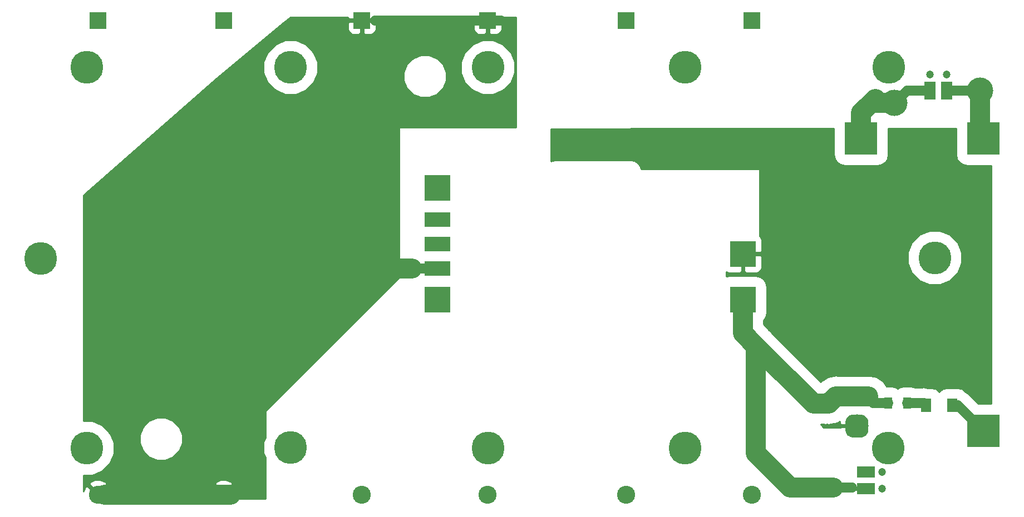
<source format=gbl>
G04 #@! TF.GenerationSoftware,KiCad,Pcbnew,(5.0.2)-1*
G04 #@! TF.CreationDate,2019-04-29T22:25:13-04:00*
G04 #@! TF.ProjectId,2p3s-pwr-pack,32703373-2d70-4777-922d-7061636b2e6b,V1*
G04 #@! TF.SameCoordinates,Original*
G04 #@! TF.FileFunction,Copper,L2,Bot*
G04 #@! TF.FilePolarity,Positive*
%FSLAX46Y46*%
G04 Gerber Fmt 4.6, Leading zero omitted, Abs format (unit mm)*
G04 Created by KiCad (PCBNEW (5.0.2)-1) date 4/29/2019 10:25:13 PM*
%MOMM*%
%LPD*%
G01*
G04 APERTURE LIST*
G04 #@! TA.AperFunction,Conductor*
%ADD10C,0.150000*%
G04 #@! TD*
G04 #@! TA.AperFunction,ComponentPad*
%ADD11C,3.500000*%
G04 #@! TD*
G04 #@! TA.AperFunction,ComponentPad*
%ADD12R,5.000000X5.000000*%
G04 #@! TD*
G04 #@! TA.AperFunction,ComponentPad*
%ADD13R,2.500000X2.500000*%
G04 #@! TD*
G04 #@! TA.AperFunction,ComponentPad*
%ADD14C,2.750000*%
G04 #@! TD*
G04 #@! TA.AperFunction,ComponentPad*
%ADD15C,1.200000*%
G04 #@! TD*
G04 #@! TA.AperFunction,ComponentPad*
%ADD16R,2.700000X1.700000*%
G04 #@! TD*
G04 #@! TA.AperFunction,ComponentPad*
%ADD17C,4.000000*%
G04 #@! TD*
G04 #@! TA.AperFunction,ComponentPad*
%ADD18R,4.000000X4.000000*%
G04 #@! TD*
G04 #@! TA.AperFunction,ComponentPad*
%ADD19R,4.000000X2.300000*%
G04 #@! TD*
G04 #@! TA.AperFunction,ComponentPad*
%ADD20C,5.000000*%
G04 #@! TD*
G04 #@! TA.AperFunction,SMDPad,CuDef*
%ADD21R,1.524000X2.000000*%
G04 #@! TD*
G04 #@! TA.AperFunction,ComponentPad*
%ADD22R,1.700000X2.700000*%
G04 #@! TD*
G04 #@! TA.AperFunction,SMDPad,CuDef*
%ADD23R,1.150000X1.700000*%
G04 #@! TD*
G04 #@! TA.AperFunction,Conductor*
%ADD24C,0.635000*%
G04 #@! TD*
G04 #@! TA.AperFunction,Conductor*
%ADD25C,1.524000*%
G04 #@! TD*
G04 #@! TA.AperFunction,Conductor*
%ADD26C,3.048000*%
G04 #@! TD*
G04 #@! TA.AperFunction,Conductor*
%ADD27C,0.254000*%
G04 #@! TD*
G04 APERTURE END LIST*
D10*
G04 #@! TO.N,GND1*
G04 #@! TO.C,MOD1*
G36*
X184493871Y-127475299D02*
X184612786Y-127492938D01*
X184729399Y-127522148D01*
X184842587Y-127562648D01*
X184951261Y-127614046D01*
X185054374Y-127675850D01*
X185150932Y-127747462D01*
X185240006Y-127828194D01*
X185320738Y-127917268D01*
X185392350Y-128013826D01*
X185454154Y-128116939D01*
X185505552Y-128225613D01*
X185546052Y-128338801D01*
X185575262Y-128455414D01*
X185592901Y-128574329D01*
X185598800Y-128694400D01*
X185598800Y-129744400D01*
X185592901Y-129864471D01*
X185575262Y-129983386D01*
X185546052Y-130099999D01*
X185505552Y-130213187D01*
X185454154Y-130321861D01*
X185392350Y-130424974D01*
X185320738Y-130521532D01*
X185240006Y-130610606D01*
X185150932Y-130691338D01*
X185054374Y-130762950D01*
X184951261Y-130824754D01*
X184842587Y-130876152D01*
X184729399Y-130916652D01*
X184612786Y-130945862D01*
X184493871Y-130963501D01*
X184373800Y-130969400D01*
X183323800Y-130969400D01*
X183203729Y-130963501D01*
X183084814Y-130945862D01*
X182968201Y-130916652D01*
X182855013Y-130876152D01*
X182746339Y-130824754D01*
X182643226Y-130762950D01*
X182546668Y-130691338D01*
X182457594Y-130610606D01*
X182376862Y-130521532D01*
X182305250Y-130424974D01*
X182243446Y-130321861D01*
X182192048Y-130213187D01*
X182151548Y-130099999D01*
X182122338Y-129983386D01*
X182104699Y-129864471D01*
X182098800Y-129744400D01*
X182098800Y-128694400D01*
X182104699Y-128574329D01*
X182122338Y-128455414D01*
X182151548Y-128338801D01*
X182192048Y-128225613D01*
X182243446Y-128116939D01*
X182305250Y-128013826D01*
X182376862Y-127917268D01*
X182457594Y-127828194D01*
X182546668Y-127747462D01*
X182643226Y-127675850D01*
X182746339Y-127614046D01*
X182855013Y-127562648D01*
X182968201Y-127522148D01*
X183084814Y-127492938D01*
X183203729Y-127475299D01*
X183323800Y-127469400D01*
X184373800Y-127469400D01*
X184493871Y-127475299D01*
X184493871Y-127475299D01*
G37*
D11*
G04 #@! TD*
G04 #@! TO.P,MOD1,3*
G04 #@! TO.N,GND1*
X183848800Y-129219400D03*
D12*
G04 #@! TO.P,MOD1,2*
G04 #@! TO.N,V_IN-*
X184500000Y-85400000D03*
G04 #@! TO.P,MOD1,1*
G04 #@! TO.N,V_IN+*
X203100000Y-85400000D03*
G04 #@! TO.P,MOD1,4*
G04 #@! TO.N,Net-(D1-Pad2)*
X203100000Y-130000000D03*
G04 #@! TD*
D13*
G04 #@! TO.P,BATT1,1*
G04 #@! TO.N,Net-(BATT1-Pad1)*
X167840001Y-67465001D03*
D14*
G04 #@! TO.P,BATT1,2*
G04 #@! TO.N,Net-(BATT1-Pad2)*
X167840001Y-139685001D03*
X148710001Y-139685001D03*
D13*
G04 #@! TO.P,BATT1,1*
G04 #@! TO.N,Net-(BATT1-Pad1)*
X148710001Y-67465001D03*
G04 #@! TD*
G04 #@! TO.P,BATT3,1*
G04 #@! TO.N,B+*
X68410001Y-67465001D03*
D14*
G04 #@! TO.P,BATT3,2*
G04 #@! TO.N,Net-(BATT2-Pad1)*
X68410001Y-139685001D03*
X87540001Y-139685001D03*
D13*
G04 #@! TO.P,BATT3,1*
G04 #@! TO.N,B+*
X87540001Y-67465001D03*
G04 #@! TD*
G04 #@! TO.P,BATT2,1*
G04 #@! TO.N,Net-(BATT2-Pad1)*
X127681600Y-67445800D03*
D14*
G04 #@! TO.P,BATT2,2*
G04 #@! TO.N,Net-(BATT1-Pad1)*
X127681600Y-139665800D03*
X108551600Y-139665800D03*
D13*
G04 #@! TO.P,BATT2,1*
G04 #@! TO.N,Net-(BATT2-Pad1)*
X108551600Y-67445800D03*
G04 #@! TD*
D15*
G04 #@! TO.P,P13,*
G04 #@! TO.N,*
X187700000Y-136230000D03*
X187700000Y-138770000D03*
D16*
G04 #@! TO.P,P13,2*
G04 #@! TO.N,GND1*
X185250000Y-136230000D03*
G04 #@! TO.P,P13,1*
G04 #@! TO.N,P+*
X185250000Y-138770000D03*
G04 #@! TD*
D17*
G04 #@! TO.P,P14,1*
G04 #@! TO.N,V_IN+*
X202565000Y-78105000D03*
G04 #@! TD*
G04 #@! TO.P,P15,1*
G04 #@! TO.N,V_IN-*
X189560200Y-80010000D03*
G04 #@! TD*
D18*
G04 #@! TO.P,MOD2,6*
G04 #@! TO.N,GND1*
X166500000Y-103000000D03*
G04 #@! TO.P,MOD2,7*
G04 #@! TO.N,P+*
X166500000Y-110000000D03*
D19*
G04 #@! TO.P,MOD2,4*
G04 #@! TO.N,Net-(MOD2-Pad4)*
X120000000Y-97750000D03*
G04 #@! TO.P,MOD2,3*
G04 #@! TO.N,Net-(BATT1-Pad1)*
X120000000Y-101500000D03*
G04 #@! TO.P,MOD2,2*
G04 #@! TO.N,Net-(BATT2-Pad1)*
X120000000Y-105250000D03*
D18*
G04 #@! TO.P,MOD2,5*
G04 #@! TO.N,Net-(BATT1-Pad2)*
X120000000Y-93000000D03*
G04 #@! TO.P,MOD2,1*
G04 #@! TO.N,B+*
X120000000Y-110000000D03*
G04 #@! TD*
D20*
G04 #@! TO.P,P1,*
G04 #@! TO.N,*
X59700000Y-103700000D03*
G04 #@! TD*
G04 #@! TO.P,P2,*
G04 #@! TO.N,*
X66700000Y-74600000D03*
G04 #@! TD*
G04 #@! TO.P,P3,*
G04 #@! TO.N,*
X66700000Y-132600000D03*
G04 #@! TD*
G04 #@! TO.P,P4,*
G04 #@! TO.N,*
X97700000Y-74600000D03*
G04 #@! TD*
G04 #@! TO.P,P5,*
G04 #@! TO.N,*
X97700000Y-132500000D03*
G04 #@! TD*
G04 #@! TO.P,P6,*
G04 #@! TO.N,*
X127700000Y-74600000D03*
G04 #@! TD*
G04 #@! TO.P,P7,*
G04 #@! TO.N,*
X127700000Y-132600000D03*
G04 #@! TD*
G04 #@! TO.P,P8,*
G04 #@! TO.N,*
X157700000Y-74600000D03*
G04 #@! TD*
G04 #@! TO.P,P9,*
G04 #@! TO.N,*
X157700000Y-132600000D03*
G04 #@! TD*
G04 #@! TO.P,P10,*
G04 #@! TO.N,*
X188700000Y-74600000D03*
G04 #@! TD*
G04 #@! TO.P,P11,*
G04 #@! TO.N,*
X188600000Y-132600000D03*
G04 #@! TD*
G04 #@! TO.P,P12,*
G04 #@! TO.N,*
X195700000Y-103600000D03*
G04 #@! TD*
D21*
G04 #@! TO.P,D1,2*
G04 #@! TO.N,Net-(D1-Pad2)*
X198380100Y-126098300D03*
G04 #@! TO.P,D1,1*
G04 #@! TO.N,Net-(D1-Pad1)*
X194380100Y-126098300D03*
G04 #@! TD*
D22*
G04 #@! TO.P,P16,1*
G04 #@! TO.N,V_IN+*
X197485000Y-78105000D03*
G04 #@! TO.P,P16,2*
G04 #@! TO.N,V_IN-*
X194945000Y-78105000D03*
D15*
G04 #@! TO.P,P16,*
G04 #@! TO.N,*
X197485000Y-75655000D03*
X194945000Y-75655000D03*
G04 #@! TD*
D23*
G04 #@! TO.P,R1,2*
G04 #@! TO.N,Net-(D1-Pad1)*
X191495000Y-125730000D03*
G04 #@! TO.P,R1,1*
G04 #@! TO.N,P+*
X188595000Y-125730000D03*
G04 #@! TD*
D24*
G04 #@! TO.N,P+*
X183265000Y-138770000D02*
X183102800Y-138607800D01*
X185250000Y-138770000D02*
X183265000Y-138770000D01*
D25*
X183102800Y-138607800D02*
X180238400Y-138607800D01*
D26*
X177275599Y-125823599D02*
X179018329Y-125823599D01*
X166500000Y-110000000D02*
X166500000Y-115048000D01*
D25*
X186334400Y-125730000D02*
X188595000Y-125730000D01*
D26*
X179018329Y-125823599D02*
X179111928Y-125730000D01*
X179018329Y-125823599D02*
X179560601Y-125823599D01*
X179560601Y-125823599D02*
X180670200Y-124714000D01*
X180670200Y-124714000D02*
X185597800Y-124714000D01*
X177787300Y-138607800D02*
X173736000Y-138607800D01*
X177787300Y-138607800D02*
X180238400Y-138607800D01*
X168503600Y-133375400D02*
X168503600Y-117051600D01*
X173736000Y-138607800D02*
X168503600Y-133375400D01*
X166500000Y-115048000D02*
X168503600Y-117051600D01*
X168503600Y-117051600D02*
X177275599Y-125823599D01*
D25*
G04 #@! TO.N,Net-(BATT2-Pad1)*
X129690001Y-67465001D02*
X110560001Y-67465001D01*
D26*
X69410001Y-139685001D02*
X88540001Y-139685001D01*
D25*
X120000000Y-105250000D02*
X117038100Y-105250000D01*
X117038100Y-105250000D02*
X117030500Y-105257600D01*
X117030500Y-105257600D02*
X116179600Y-105257600D01*
D26*
X116179600Y-105257600D02*
X116141500Y-105219500D01*
X116141500Y-105219500D02*
X111899700Y-105219500D01*
D25*
G04 #@! TO.N,Net-(D1-Pad2)*
X199198300Y-126098300D02*
X203100000Y-130000000D01*
X198380100Y-126098300D02*
X199198300Y-126098300D01*
D26*
G04 #@! TO.N,V_IN+*
X202565000Y-84865000D02*
X203100000Y-85400000D01*
X202565000Y-78105000D02*
X202565000Y-84865000D01*
D25*
X202565000Y-78105000D02*
X197485000Y-78105000D01*
D26*
G04 #@! TO.N,V_IN-*
X184500000Y-85400000D02*
X184500000Y-81565000D01*
X184500000Y-81565000D02*
X186690000Y-79375000D01*
X186731773Y-80010000D02*
X189560200Y-80010000D01*
X186690000Y-79375000D02*
X186690000Y-79968227D01*
X186690000Y-79968227D02*
X186731773Y-80010000D01*
D25*
X191465200Y-78105000D02*
X189560200Y-80010000D01*
X194945000Y-78105000D02*
X191465200Y-78105000D01*
G04 #@! TO.N,Net-(D1-Pad1)*
X194011800Y-125730000D02*
X194380100Y-126098300D01*
X191495000Y-125730000D02*
X194011800Y-125730000D01*
G04 #@! TD*
D27*
G04 #@! TO.N,Net-(BATT2-Pad1)*
G36*
X106412600Y-67033050D02*
X106634850Y-67255300D01*
X108361100Y-67255300D01*
X108361100Y-67235300D01*
X108742100Y-67235300D01*
X108742100Y-67255300D01*
X110468350Y-67255300D01*
X110690600Y-67033050D01*
X110690600Y-66952000D01*
X125542600Y-66952000D01*
X125542600Y-67033050D01*
X125764850Y-67255300D01*
X127491100Y-67255300D01*
X127491100Y-67235300D01*
X127872100Y-67235300D01*
X127872100Y-67255300D01*
X129598350Y-67255300D01*
X129820600Y-67033050D01*
X129820600Y-66952000D01*
X131953000Y-66952000D01*
X131953000Y-83693000D01*
X114300000Y-83693000D01*
X114251399Y-83702667D01*
X114210197Y-83730197D01*
X114182667Y-83771399D01*
X114173000Y-83820000D01*
X114173000Y-106627394D01*
X93890197Y-126910197D01*
X93862667Y-126951399D01*
X93853000Y-127000000D01*
X93853000Y-131003109D01*
X93573000Y-131679089D01*
X93573000Y-133320911D01*
X93853000Y-133996891D01*
X93853000Y-140298000D01*
X89726239Y-140298000D01*
X89821391Y-140036801D01*
X89782358Y-139136972D01*
X89513102Y-138486930D01*
X89143640Y-138350770D01*
X87809409Y-139685001D01*
X87823551Y-139699143D01*
X87554143Y-139968551D01*
X87540001Y-139954409D01*
X87525859Y-139968551D01*
X87256451Y-139699143D01*
X87270593Y-139685001D01*
X85936362Y-138350770D01*
X85566900Y-138486930D01*
X85258611Y-139333201D01*
X85297644Y-140233030D01*
X85324555Y-140298000D01*
X70596239Y-140298000D01*
X70691391Y-140036801D01*
X70652358Y-139136972D01*
X70383102Y-138486930D01*
X70013640Y-138350770D01*
X68679409Y-139685001D01*
X68693551Y-139699143D01*
X68424143Y-139968551D01*
X68410001Y-139954409D01*
X68395859Y-139968551D01*
X68126451Y-139699143D01*
X68140593Y-139685001D01*
X66806362Y-138350770D01*
X66436900Y-138486930D01*
X66167000Y-139227821D01*
X66167000Y-138081362D01*
X67075770Y-138081362D01*
X68410001Y-139415593D01*
X69744232Y-138081362D01*
X86205770Y-138081362D01*
X87540001Y-139415593D01*
X88874232Y-138081362D01*
X88738072Y-137711900D01*
X87891801Y-137403611D01*
X86991972Y-137442644D01*
X86341930Y-137711900D01*
X86205770Y-138081362D01*
X69744232Y-138081362D01*
X69608072Y-137711900D01*
X68761801Y-137403611D01*
X67861972Y-137442644D01*
X67211930Y-137711900D01*
X67075770Y-138081362D01*
X66167000Y-138081362D01*
X66167000Y-136727000D01*
X67520911Y-136727000D01*
X69037758Y-136098702D01*
X70198702Y-134937758D01*
X70827000Y-133420911D01*
X70827000Y-131779089D01*
X70309252Y-130529133D01*
X74728001Y-130529133D01*
X74728001Y-131820869D01*
X75222328Y-133014278D01*
X76135724Y-133927674D01*
X77329133Y-134422001D01*
X78620869Y-134422001D01*
X79814278Y-133927674D01*
X80727674Y-133014278D01*
X81222001Y-131820869D01*
X81222001Y-130529133D01*
X80727674Y-129335724D01*
X79814278Y-128422328D01*
X78620869Y-127928001D01*
X77329133Y-127928001D01*
X76135724Y-128422328D01*
X75222328Y-129335724D01*
X74728001Y-130529133D01*
X70309252Y-130529133D01*
X70198702Y-130262242D01*
X69037758Y-129101298D01*
X67520911Y-128473000D01*
X66167000Y-128473000D01*
X66167000Y-94037628D01*
X86442482Y-76296582D01*
X89463473Y-73779089D01*
X93573000Y-73779089D01*
X93573000Y-75420911D01*
X94201298Y-76937758D01*
X95362242Y-78098702D01*
X96879089Y-78727000D01*
X98520911Y-78727000D01*
X100037758Y-78098702D01*
X101198702Y-76937758D01*
X101827000Y-75420911D01*
X101827000Y-75309932D01*
X114869600Y-75309932D01*
X114869600Y-76601668D01*
X115363927Y-77795077D01*
X116277323Y-78708473D01*
X117470732Y-79202800D01*
X118762468Y-79202800D01*
X119955877Y-78708473D01*
X120869273Y-77795077D01*
X121363600Y-76601668D01*
X121363600Y-75309932D01*
X120869273Y-74116523D01*
X120531839Y-73779089D01*
X123573000Y-73779089D01*
X123573000Y-75420911D01*
X124201298Y-76937758D01*
X125362242Y-78098702D01*
X126879089Y-78727000D01*
X128520911Y-78727000D01*
X130037758Y-78098702D01*
X131198702Y-76937758D01*
X131827000Y-75420911D01*
X131827000Y-73779089D01*
X131198702Y-72262242D01*
X130037758Y-71101298D01*
X128520911Y-70473000D01*
X126879089Y-70473000D01*
X125362242Y-71101298D01*
X124201298Y-72262242D01*
X123573000Y-73779089D01*
X120531839Y-73779089D01*
X119955877Y-73203127D01*
X118762468Y-72708800D01*
X117470732Y-72708800D01*
X116277323Y-73203127D01*
X115363927Y-74116523D01*
X114869600Y-75309932D01*
X101827000Y-75309932D01*
X101827000Y-73779089D01*
X101198702Y-72262242D01*
X100037758Y-71101298D01*
X98520911Y-70473000D01*
X96879089Y-70473000D01*
X95362242Y-71101298D01*
X94201298Y-72262242D01*
X93573000Y-73779089D01*
X89463473Y-73779089D01*
X96568119Y-67858550D01*
X106412600Y-67858550D01*
X106412600Y-68872633D01*
X106547942Y-69199378D01*
X106798022Y-69449458D01*
X107124767Y-69584800D01*
X108138850Y-69584800D01*
X108361100Y-69362550D01*
X108361100Y-67636300D01*
X108742100Y-67636300D01*
X108742100Y-69362550D01*
X108964350Y-69584800D01*
X109978433Y-69584800D01*
X110305178Y-69449458D01*
X110555258Y-69199378D01*
X110690600Y-68872633D01*
X110690600Y-67858550D01*
X125542600Y-67858550D01*
X125542600Y-68872633D01*
X125677942Y-69199378D01*
X125928022Y-69449458D01*
X126254767Y-69584800D01*
X127268850Y-69584800D01*
X127491100Y-69362550D01*
X127491100Y-67636300D01*
X127872100Y-67636300D01*
X127872100Y-69362550D01*
X128094350Y-69584800D01*
X129108433Y-69584800D01*
X129435178Y-69449458D01*
X129685258Y-69199378D01*
X129820600Y-68872633D01*
X129820600Y-67858550D01*
X129598350Y-67636300D01*
X127872100Y-67636300D01*
X127491100Y-67636300D01*
X125764850Y-67636300D01*
X125542600Y-67858550D01*
X110690600Y-67858550D01*
X110468350Y-67636300D01*
X108742100Y-67636300D01*
X108361100Y-67636300D01*
X106634850Y-67636300D01*
X106412600Y-67858550D01*
X96568119Y-67858550D01*
X97655980Y-66952000D01*
X106412600Y-66952000D01*
X106412600Y-67033050D01*
X106412600Y-67033050D01*
G37*
X106412600Y-67033050D02*
X106634850Y-67255300D01*
X108361100Y-67255300D01*
X108361100Y-67235300D01*
X108742100Y-67235300D01*
X108742100Y-67255300D01*
X110468350Y-67255300D01*
X110690600Y-67033050D01*
X110690600Y-66952000D01*
X125542600Y-66952000D01*
X125542600Y-67033050D01*
X125764850Y-67255300D01*
X127491100Y-67255300D01*
X127491100Y-67235300D01*
X127872100Y-67235300D01*
X127872100Y-67255300D01*
X129598350Y-67255300D01*
X129820600Y-67033050D01*
X129820600Y-66952000D01*
X131953000Y-66952000D01*
X131953000Y-83693000D01*
X114300000Y-83693000D01*
X114251399Y-83702667D01*
X114210197Y-83730197D01*
X114182667Y-83771399D01*
X114173000Y-83820000D01*
X114173000Y-106627394D01*
X93890197Y-126910197D01*
X93862667Y-126951399D01*
X93853000Y-127000000D01*
X93853000Y-131003109D01*
X93573000Y-131679089D01*
X93573000Y-133320911D01*
X93853000Y-133996891D01*
X93853000Y-140298000D01*
X89726239Y-140298000D01*
X89821391Y-140036801D01*
X89782358Y-139136972D01*
X89513102Y-138486930D01*
X89143640Y-138350770D01*
X87809409Y-139685001D01*
X87823551Y-139699143D01*
X87554143Y-139968551D01*
X87540001Y-139954409D01*
X87525859Y-139968551D01*
X87256451Y-139699143D01*
X87270593Y-139685001D01*
X85936362Y-138350770D01*
X85566900Y-138486930D01*
X85258611Y-139333201D01*
X85297644Y-140233030D01*
X85324555Y-140298000D01*
X70596239Y-140298000D01*
X70691391Y-140036801D01*
X70652358Y-139136972D01*
X70383102Y-138486930D01*
X70013640Y-138350770D01*
X68679409Y-139685001D01*
X68693551Y-139699143D01*
X68424143Y-139968551D01*
X68410001Y-139954409D01*
X68395859Y-139968551D01*
X68126451Y-139699143D01*
X68140593Y-139685001D01*
X66806362Y-138350770D01*
X66436900Y-138486930D01*
X66167000Y-139227821D01*
X66167000Y-138081362D01*
X67075770Y-138081362D01*
X68410001Y-139415593D01*
X69744232Y-138081362D01*
X86205770Y-138081362D01*
X87540001Y-139415593D01*
X88874232Y-138081362D01*
X88738072Y-137711900D01*
X87891801Y-137403611D01*
X86991972Y-137442644D01*
X86341930Y-137711900D01*
X86205770Y-138081362D01*
X69744232Y-138081362D01*
X69608072Y-137711900D01*
X68761801Y-137403611D01*
X67861972Y-137442644D01*
X67211930Y-137711900D01*
X67075770Y-138081362D01*
X66167000Y-138081362D01*
X66167000Y-136727000D01*
X67520911Y-136727000D01*
X69037758Y-136098702D01*
X70198702Y-134937758D01*
X70827000Y-133420911D01*
X70827000Y-131779089D01*
X70309252Y-130529133D01*
X74728001Y-130529133D01*
X74728001Y-131820869D01*
X75222328Y-133014278D01*
X76135724Y-133927674D01*
X77329133Y-134422001D01*
X78620869Y-134422001D01*
X79814278Y-133927674D01*
X80727674Y-133014278D01*
X81222001Y-131820869D01*
X81222001Y-130529133D01*
X80727674Y-129335724D01*
X79814278Y-128422328D01*
X78620869Y-127928001D01*
X77329133Y-127928001D01*
X76135724Y-128422328D01*
X75222328Y-129335724D01*
X74728001Y-130529133D01*
X70309252Y-130529133D01*
X70198702Y-130262242D01*
X69037758Y-129101298D01*
X67520911Y-128473000D01*
X66167000Y-128473000D01*
X66167000Y-94037628D01*
X86442482Y-76296582D01*
X89463473Y-73779089D01*
X93573000Y-73779089D01*
X93573000Y-75420911D01*
X94201298Y-76937758D01*
X95362242Y-78098702D01*
X96879089Y-78727000D01*
X98520911Y-78727000D01*
X100037758Y-78098702D01*
X101198702Y-76937758D01*
X101827000Y-75420911D01*
X101827000Y-75309932D01*
X114869600Y-75309932D01*
X114869600Y-76601668D01*
X115363927Y-77795077D01*
X116277323Y-78708473D01*
X117470732Y-79202800D01*
X118762468Y-79202800D01*
X119955877Y-78708473D01*
X120869273Y-77795077D01*
X121363600Y-76601668D01*
X121363600Y-75309932D01*
X120869273Y-74116523D01*
X120531839Y-73779089D01*
X123573000Y-73779089D01*
X123573000Y-75420911D01*
X124201298Y-76937758D01*
X125362242Y-78098702D01*
X126879089Y-78727000D01*
X128520911Y-78727000D01*
X130037758Y-78098702D01*
X131198702Y-76937758D01*
X131827000Y-75420911D01*
X131827000Y-73779089D01*
X131198702Y-72262242D01*
X130037758Y-71101298D01*
X128520911Y-70473000D01*
X126879089Y-70473000D01*
X125362242Y-71101298D01*
X124201298Y-72262242D01*
X123573000Y-73779089D01*
X120531839Y-73779089D01*
X119955877Y-73203127D01*
X118762468Y-72708800D01*
X117470732Y-72708800D01*
X116277323Y-73203127D01*
X115363927Y-74116523D01*
X114869600Y-75309932D01*
X101827000Y-75309932D01*
X101827000Y-73779089D01*
X101198702Y-72262242D01*
X100037758Y-71101298D01*
X98520911Y-70473000D01*
X96879089Y-70473000D01*
X95362242Y-71101298D01*
X94201298Y-72262242D01*
X93573000Y-73779089D01*
X89463473Y-73779089D01*
X96568119Y-67858550D01*
X106412600Y-67858550D01*
X106412600Y-68872633D01*
X106547942Y-69199378D01*
X106798022Y-69449458D01*
X107124767Y-69584800D01*
X108138850Y-69584800D01*
X108361100Y-69362550D01*
X108361100Y-67636300D01*
X108742100Y-67636300D01*
X108742100Y-69362550D01*
X108964350Y-69584800D01*
X109978433Y-69584800D01*
X110305178Y-69449458D01*
X110555258Y-69199378D01*
X110690600Y-68872633D01*
X110690600Y-67858550D01*
X125542600Y-67858550D01*
X125542600Y-68872633D01*
X125677942Y-69199378D01*
X125928022Y-69449458D01*
X126254767Y-69584800D01*
X127268850Y-69584800D01*
X127491100Y-69362550D01*
X127491100Y-67636300D01*
X127872100Y-67636300D01*
X127872100Y-69362550D01*
X128094350Y-69584800D01*
X129108433Y-69584800D01*
X129435178Y-69449458D01*
X129685258Y-69199378D01*
X129820600Y-68872633D01*
X129820600Y-67858550D01*
X129598350Y-67636300D01*
X127872100Y-67636300D01*
X127491100Y-67636300D01*
X125764850Y-67636300D01*
X125542600Y-67858550D01*
X110690600Y-67858550D01*
X110468350Y-67636300D01*
X108742100Y-67636300D01*
X108361100Y-67636300D01*
X106634850Y-67636300D01*
X106412600Y-67858550D01*
X96568119Y-67858550D01*
X97655980Y-66952000D01*
X106412600Y-66952000D01*
X106412600Y-67033050D01*
G04 #@! TO.N,GND1*
G36*
X181209800Y-128806650D02*
X181432050Y-129028900D01*
X183658300Y-129028900D01*
X183658300Y-129008900D01*
X184039300Y-129008900D01*
X184039300Y-129028900D01*
X184059300Y-129028900D01*
X184059300Y-129409900D01*
X184039300Y-129409900D01*
X184039300Y-129413000D01*
X183658300Y-129413000D01*
X183658300Y-129409900D01*
X181432050Y-129409900D01*
X181428950Y-129413000D01*
X178727454Y-129413000D01*
X178659077Y-129247923D01*
X178385753Y-128974599D01*
X178707987Y-128974599D01*
X179018329Y-129036330D01*
X179289465Y-128982398D01*
X179560601Y-129036330D01*
X179870943Y-128974599D01*
X180790060Y-128791775D01*
X181209800Y-128511314D01*
X181209800Y-128806650D01*
X181209800Y-128806650D01*
G37*
X181209800Y-128806650D02*
X181432050Y-129028900D01*
X183658300Y-129028900D01*
X183658300Y-129008900D01*
X184039300Y-129008900D01*
X184039300Y-129028900D01*
X184059300Y-129028900D01*
X184059300Y-129409900D01*
X184039300Y-129409900D01*
X184039300Y-129413000D01*
X183658300Y-129413000D01*
X183658300Y-129409900D01*
X181432050Y-129409900D01*
X181428950Y-129413000D01*
X178727454Y-129413000D01*
X178659077Y-129247923D01*
X178385753Y-128974599D01*
X178707987Y-128974599D01*
X179018329Y-129036330D01*
X179289465Y-128982398D01*
X179560601Y-129036330D01*
X179870943Y-128974599D01*
X180790060Y-128791775D01*
X181209800Y-128511314D01*
X181209800Y-128806650D01*
G36*
X180341126Y-83934858D02*
X180341126Y-87900000D01*
X180467400Y-88534824D01*
X180826999Y-89073001D01*
X181365176Y-89432600D01*
X182000000Y-89558874D01*
X187000000Y-89558874D01*
X187634824Y-89432600D01*
X188173001Y-89073001D01*
X188532600Y-88534824D01*
X188658874Y-87900000D01*
X188658874Y-83938473D01*
X198941126Y-83942942D01*
X198941126Y-87900000D01*
X199067400Y-88534824D01*
X199426999Y-89073001D01*
X199965176Y-89432600D01*
X200600000Y-89558874D01*
X204298001Y-89558874D01*
X204298000Y-125841126D01*
X202319681Y-125841126D01*
X201053960Y-124575404D01*
X200920673Y-124375927D01*
X200370625Y-124008397D01*
X200315101Y-123925299D01*
X199776924Y-123565700D01*
X199142100Y-123439426D01*
X197618100Y-123439426D01*
X196983276Y-123565700D01*
X196445099Y-123925299D01*
X196380100Y-124022577D01*
X196315101Y-123925299D01*
X195776924Y-123565700D01*
X195142100Y-123439426D01*
X194741917Y-123439426D01*
X194247095Y-123341000D01*
X194247094Y-123341000D01*
X194011800Y-123294197D01*
X193776506Y-123341000D01*
X192672649Y-123341000D01*
X192070000Y-123221126D01*
X190920000Y-123221126D01*
X190285176Y-123347400D01*
X190045000Y-123507881D01*
X189804824Y-123347400D01*
X189170000Y-123221126D01*
X188389968Y-123221126D01*
X187869544Y-122442256D01*
X186827259Y-121745824D01*
X185908142Y-121563000D01*
X180980542Y-121563000D01*
X180670200Y-121501269D01*
X180359858Y-121563000D01*
X179440741Y-121745824D01*
X178398456Y-122442256D01*
X178379225Y-122471038D01*
X170951141Y-115042955D01*
X170775344Y-114779856D01*
X170512245Y-114604059D01*
X169651000Y-113742814D01*
X169651000Y-113187702D01*
X169673001Y-113173001D01*
X170032600Y-112634824D01*
X170158874Y-112000000D01*
X170158874Y-108000000D01*
X170032600Y-107365176D01*
X169673001Y-106826999D01*
X169134824Y-106467400D01*
X168500000Y-106341126D01*
X164500000Y-106341126D01*
X163957000Y-106449135D01*
X163957000Y-105714236D01*
X163996422Y-105753658D01*
X164323167Y-105889000D01*
X166087250Y-105889000D01*
X166309500Y-105666750D01*
X166309500Y-103190500D01*
X166690500Y-103190500D01*
X166690500Y-105666750D01*
X166912750Y-105889000D01*
X168676833Y-105889000D01*
X169003578Y-105753658D01*
X169253658Y-105503578D01*
X169389000Y-105176833D01*
X169389000Y-103412750D01*
X169166750Y-103190500D01*
X166690500Y-103190500D01*
X166309500Y-103190500D01*
X166289500Y-103190500D01*
X166289500Y-102809500D01*
X166309500Y-102809500D01*
X166309500Y-102789500D01*
X166690500Y-102789500D01*
X166690500Y-102809500D01*
X169166750Y-102809500D01*
X169197161Y-102779089D01*
X191573000Y-102779089D01*
X191573000Y-104420911D01*
X192201298Y-105937758D01*
X193362242Y-107098702D01*
X194879089Y-107727000D01*
X196520911Y-107727000D01*
X198037758Y-107098702D01*
X199198702Y-105937758D01*
X199827000Y-104420911D01*
X199827000Y-102779089D01*
X199198702Y-101262242D01*
X198037758Y-100101298D01*
X196520911Y-99473000D01*
X194879089Y-99473000D01*
X193362242Y-100101298D01*
X192201298Y-101262242D01*
X191573000Y-102779089D01*
X169197161Y-102779089D01*
X169389000Y-102587250D01*
X169389000Y-100823167D01*
X169253658Y-100496422D01*
X169037000Y-100279764D01*
X169037000Y-90170000D01*
X169027333Y-90121399D01*
X168999803Y-90080197D01*
X168958601Y-90052667D01*
X168910000Y-90043000D01*
X151011558Y-90043000D01*
X150955249Y-89759913D01*
X150579074Y-89196926D01*
X150016087Y-88820751D01*
X149519632Y-88722000D01*
X149352000Y-88688656D01*
X149184368Y-88722000D01*
X138343632Y-88722000D01*
X138176000Y-88688656D01*
X138008368Y-88722000D01*
X137511913Y-88820751D01*
X137337800Y-88937089D01*
X137337800Y-83946961D01*
X161163099Y-83939730D01*
X179057284Y-83934300D01*
X180341126Y-83934858D01*
X180341126Y-83934858D01*
G37*
X180341126Y-83934858D02*
X180341126Y-87900000D01*
X180467400Y-88534824D01*
X180826999Y-89073001D01*
X181365176Y-89432600D01*
X182000000Y-89558874D01*
X187000000Y-89558874D01*
X187634824Y-89432600D01*
X188173001Y-89073001D01*
X188532600Y-88534824D01*
X188658874Y-87900000D01*
X188658874Y-83938473D01*
X198941126Y-83942942D01*
X198941126Y-87900000D01*
X199067400Y-88534824D01*
X199426999Y-89073001D01*
X199965176Y-89432600D01*
X200600000Y-89558874D01*
X204298001Y-89558874D01*
X204298000Y-125841126D01*
X202319681Y-125841126D01*
X201053960Y-124575404D01*
X200920673Y-124375927D01*
X200370625Y-124008397D01*
X200315101Y-123925299D01*
X199776924Y-123565700D01*
X199142100Y-123439426D01*
X197618100Y-123439426D01*
X196983276Y-123565700D01*
X196445099Y-123925299D01*
X196380100Y-124022577D01*
X196315101Y-123925299D01*
X195776924Y-123565700D01*
X195142100Y-123439426D01*
X194741917Y-123439426D01*
X194247095Y-123341000D01*
X194247094Y-123341000D01*
X194011800Y-123294197D01*
X193776506Y-123341000D01*
X192672649Y-123341000D01*
X192070000Y-123221126D01*
X190920000Y-123221126D01*
X190285176Y-123347400D01*
X190045000Y-123507881D01*
X189804824Y-123347400D01*
X189170000Y-123221126D01*
X188389968Y-123221126D01*
X187869544Y-122442256D01*
X186827259Y-121745824D01*
X185908142Y-121563000D01*
X180980542Y-121563000D01*
X180670200Y-121501269D01*
X180359858Y-121563000D01*
X179440741Y-121745824D01*
X178398456Y-122442256D01*
X178379225Y-122471038D01*
X170951141Y-115042955D01*
X170775344Y-114779856D01*
X170512245Y-114604059D01*
X169651000Y-113742814D01*
X169651000Y-113187702D01*
X169673001Y-113173001D01*
X170032600Y-112634824D01*
X170158874Y-112000000D01*
X170158874Y-108000000D01*
X170032600Y-107365176D01*
X169673001Y-106826999D01*
X169134824Y-106467400D01*
X168500000Y-106341126D01*
X164500000Y-106341126D01*
X163957000Y-106449135D01*
X163957000Y-105714236D01*
X163996422Y-105753658D01*
X164323167Y-105889000D01*
X166087250Y-105889000D01*
X166309500Y-105666750D01*
X166309500Y-103190500D01*
X166690500Y-103190500D01*
X166690500Y-105666750D01*
X166912750Y-105889000D01*
X168676833Y-105889000D01*
X169003578Y-105753658D01*
X169253658Y-105503578D01*
X169389000Y-105176833D01*
X169389000Y-103412750D01*
X169166750Y-103190500D01*
X166690500Y-103190500D01*
X166309500Y-103190500D01*
X166289500Y-103190500D01*
X166289500Y-102809500D01*
X166309500Y-102809500D01*
X166309500Y-102789500D01*
X166690500Y-102789500D01*
X166690500Y-102809500D01*
X169166750Y-102809500D01*
X169197161Y-102779089D01*
X191573000Y-102779089D01*
X191573000Y-104420911D01*
X192201298Y-105937758D01*
X193362242Y-107098702D01*
X194879089Y-107727000D01*
X196520911Y-107727000D01*
X198037758Y-107098702D01*
X199198702Y-105937758D01*
X199827000Y-104420911D01*
X199827000Y-102779089D01*
X199198702Y-101262242D01*
X198037758Y-100101298D01*
X196520911Y-99473000D01*
X194879089Y-99473000D01*
X193362242Y-100101298D01*
X192201298Y-101262242D01*
X191573000Y-102779089D01*
X169197161Y-102779089D01*
X169389000Y-102587250D01*
X169389000Y-100823167D01*
X169253658Y-100496422D01*
X169037000Y-100279764D01*
X169037000Y-90170000D01*
X169027333Y-90121399D01*
X168999803Y-90080197D01*
X168958601Y-90052667D01*
X168910000Y-90043000D01*
X151011558Y-90043000D01*
X150955249Y-89759913D01*
X150579074Y-89196926D01*
X150016087Y-88820751D01*
X149519632Y-88722000D01*
X149352000Y-88688656D01*
X149184368Y-88722000D01*
X138343632Y-88722000D01*
X138176000Y-88688656D01*
X138008368Y-88722000D01*
X137511913Y-88820751D01*
X137337800Y-88937089D01*
X137337800Y-83946961D01*
X161163099Y-83939730D01*
X179057284Y-83934300D01*
X180341126Y-83934858D01*
G04 #@! TD*
M02*

</source>
